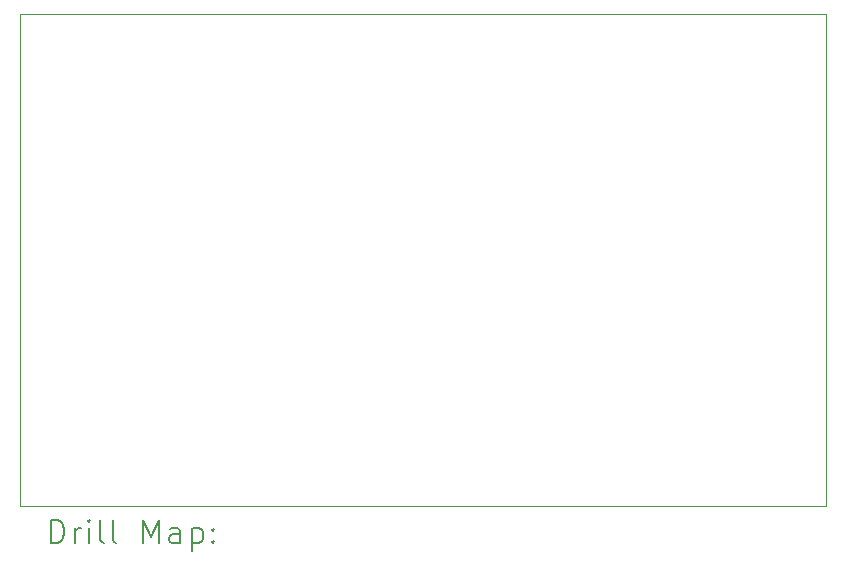
<source format=gbr>
%TF.GenerationSoftware,KiCad,Pcbnew,8.0.8*%
%TF.CreationDate,2025-02-19T13:23:49-05:00*%
%TF.ProjectId,plot_gerbers,706c6f74-5f67-4657-9262-6572732e6b69,rev?*%
%TF.SameCoordinates,Original*%
%TF.FileFunction,Drillmap*%
%TF.FilePolarity,Positive*%
%FSLAX45Y45*%
G04 Gerber Fmt 4.5, Leading zero omitted, Abs format (unit mm)*
G04 Created by KiCad (PCBNEW 8.0.8) date 2025-02-19 13:23:49*
%MOMM*%
%LPD*%
G01*
G04 APERTURE LIST*
%ADD10C,0.050000*%
%ADD11C,0.200000*%
G04 APERTURE END LIST*
D10*
X11431000Y-8319000D02*
X11431000Y-12489000D01*
X11431000Y-12489000D02*
X18251000Y-12489000D01*
X18251000Y-8319000D02*
X11431000Y-8319000D01*
X18251000Y-8319000D02*
X18251000Y-12489000D01*
D11*
X11689277Y-12802984D02*
X11689277Y-12602984D01*
X11689277Y-12602984D02*
X11736896Y-12602984D01*
X11736896Y-12602984D02*
X11765467Y-12612508D01*
X11765467Y-12612508D02*
X11784515Y-12631555D01*
X11784515Y-12631555D02*
X11794039Y-12650603D01*
X11794039Y-12650603D02*
X11803562Y-12688698D01*
X11803562Y-12688698D02*
X11803562Y-12717269D01*
X11803562Y-12717269D02*
X11794039Y-12755365D01*
X11794039Y-12755365D02*
X11784515Y-12774412D01*
X11784515Y-12774412D02*
X11765467Y-12793460D01*
X11765467Y-12793460D02*
X11736896Y-12802984D01*
X11736896Y-12802984D02*
X11689277Y-12802984D01*
X11889277Y-12802984D02*
X11889277Y-12669650D01*
X11889277Y-12707746D02*
X11898801Y-12688698D01*
X11898801Y-12688698D02*
X11908324Y-12679174D01*
X11908324Y-12679174D02*
X11927372Y-12669650D01*
X11927372Y-12669650D02*
X11946420Y-12669650D01*
X12013086Y-12802984D02*
X12013086Y-12669650D01*
X12013086Y-12602984D02*
X12003562Y-12612508D01*
X12003562Y-12612508D02*
X12013086Y-12622031D01*
X12013086Y-12622031D02*
X12022610Y-12612508D01*
X12022610Y-12612508D02*
X12013086Y-12602984D01*
X12013086Y-12602984D02*
X12013086Y-12622031D01*
X12136896Y-12802984D02*
X12117848Y-12793460D01*
X12117848Y-12793460D02*
X12108324Y-12774412D01*
X12108324Y-12774412D02*
X12108324Y-12602984D01*
X12241658Y-12802984D02*
X12222610Y-12793460D01*
X12222610Y-12793460D02*
X12213086Y-12774412D01*
X12213086Y-12774412D02*
X12213086Y-12602984D01*
X12470229Y-12802984D02*
X12470229Y-12602984D01*
X12470229Y-12602984D02*
X12536896Y-12745841D01*
X12536896Y-12745841D02*
X12603562Y-12602984D01*
X12603562Y-12602984D02*
X12603562Y-12802984D01*
X12784515Y-12802984D02*
X12784515Y-12698222D01*
X12784515Y-12698222D02*
X12774991Y-12679174D01*
X12774991Y-12679174D02*
X12755943Y-12669650D01*
X12755943Y-12669650D02*
X12717848Y-12669650D01*
X12717848Y-12669650D02*
X12698801Y-12679174D01*
X12784515Y-12793460D02*
X12765467Y-12802984D01*
X12765467Y-12802984D02*
X12717848Y-12802984D01*
X12717848Y-12802984D02*
X12698801Y-12793460D01*
X12698801Y-12793460D02*
X12689277Y-12774412D01*
X12689277Y-12774412D02*
X12689277Y-12755365D01*
X12689277Y-12755365D02*
X12698801Y-12736317D01*
X12698801Y-12736317D02*
X12717848Y-12726793D01*
X12717848Y-12726793D02*
X12765467Y-12726793D01*
X12765467Y-12726793D02*
X12784515Y-12717269D01*
X12879753Y-12669650D02*
X12879753Y-12869650D01*
X12879753Y-12679174D02*
X12898801Y-12669650D01*
X12898801Y-12669650D02*
X12936896Y-12669650D01*
X12936896Y-12669650D02*
X12955943Y-12679174D01*
X12955943Y-12679174D02*
X12965467Y-12688698D01*
X12965467Y-12688698D02*
X12974991Y-12707746D01*
X12974991Y-12707746D02*
X12974991Y-12764888D01*
X12974991Y-12764888D02*
X12965467Y-12783936D01*
X12965467Y-12783936D02*
X12955943Y-12793460D01*
X12955943Y-12793460D02*
X12936896Y-12802984D01*
X12936896Y-12802984D02*
X12898801Y-12802984D01*
X12898801Y-12802984D02*
X12879753Y-12793460D01*
X13060705Y-12783936D02*
X13070229Y-12793460D01*
X13070229Y-12793460D02*
X13060705Y-12802984D01*
X13060705Y-12802984D02*
X13051182Y-12793460D01*
X13051182Y-12793460D02*
X13060705Y-12783936D01*
X13060705Y-12783936D02*
X13060705Y-12802984D01*
X13060705Y-12679174D02*
X13070229Y-12688698D01*
X13070229Y-12688698D02*
X13060705Y-12698222D01*
X13060705Y-12698222D02*
X13051182Y-12688698D01*
X13051182Y-12688698D02*
X13060705Y-12679174D01*
X13060705Y-12679174D02*
X13060705Y-12698222D01*
M02*

</source>
